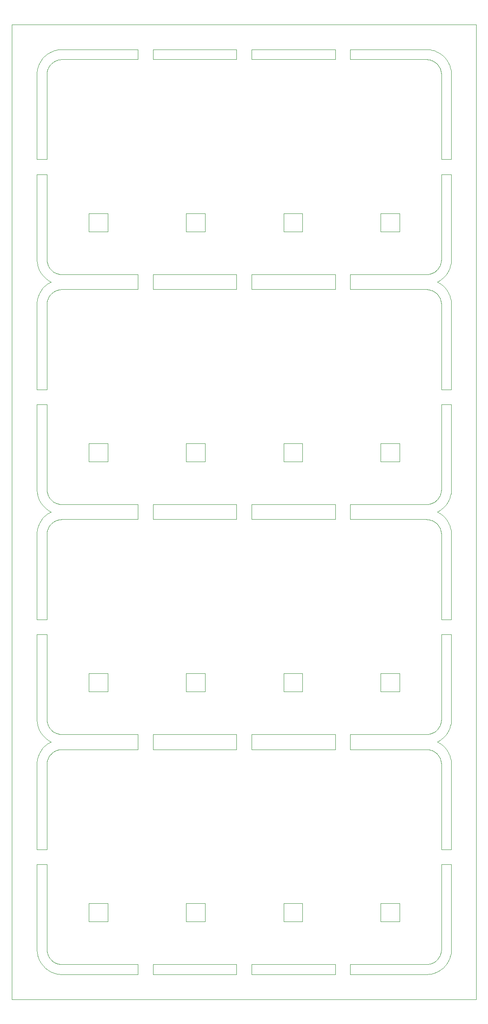
<source format=gbr>
%TF.GenerationSoftware,KiCad,Pcbnew,8.0.0*%
%TF.CreationDate,2024-03-25T13:22:01-05:00*%
%TF.ProjectId,MiniMastermindPanel,4d696e69-4d61-4737-9465-726d696e6450,rev?*%
%TF.SameCoordinates,Original*%
%TF.FileFunction,Profile,NP*%
%FSLAX46Y46*%
G04 Gerber Fmt 4.6, Leading zero omitted, Abs format (unit mm)*
G04 Created by KiCad (PCBNEW 8.0.0) date 2024-03-25 13:22:01*
%MOMM*%
%LPD*%
G01*
G04 APERTURE LIST*
%TA.AperFunction,Profile*%
%ADD10C,0.100000*%
%TD*%
G04 APERTURE END LIST*
D10*
X110710783Y-207608139D02*
X110848899Y-207671598D01*
X108753369Y-26205722D02*
X108949727Y-26045613D01*
X187802591Y-159977958D02*
X187851752Y-159834131D01*
X189964335Y-75472771D02*
X189983573Y-75725400D01*
X186943459Y-73702398D02*
X186825658Y-73606345D01*
X109093376Y-159539936D02*
X109127734Y-159687999D01*
X189989340Y-46989340D02*
X187989340Y-46989340D01*
X188246615Y-162730324D02*
X188050256Y-162890433D01*
X187989330Y-66978680D02*
X187989339Y-49989340D01*
X166744675Y-71479680D02*
X166744675Y-72978680D01*
X110077847Y-207191000D02*
X110195646Y-207287053D01*
X110296845Y-27537709D02*
X110174332Y-27627672D01*
X108077576Y-207975646D02*
X107927617Y-207771430D01*
X189830343Y-68232096D02*
X189760645Y-68475682D01*
X109169547Y-67876771D02*
X109218708Y-68020598D01*
X140710650Y-153357360D02*
X136910650Y-153357360D01*
X187851752Y-113855451D02*
X187893565Y-113709319D01*
X186825653Y-115329693D02*
X186943452Y-115233640D01*
X109175259Y-163040392D02*
X108971043Y-162890433D01*
X189678710Y-74241923D02*
X189760656Y-74481666D01*
X109020445Y-92968020D02*
X107020444Y-92968020D01*
X189584725Y-119985319D02*
X189678710Y-120220603D01*
X111258692Y-73074448D02*
X111112560Y-73116262D01*
X185593226Y-207853313D02*
X185741289Y-207818955D01*
X186576231Y-27454060D02*
X186445244Y-27376953D01*
X109153942Y-25895655D02*
X109365490Y-25756233D01*
X189983555Y-113210626D02*
X189964318Y-113463255D01*
X110576060Y-207537765D02*
X110710783Y-207608139D01*
X107010650Y-30000576D02*
X107010650Y-29974663D01*
X187535268Y-160522936D02*
X187612375Y-160391949D01*
X111428073Y-115895953D02*
X111577685Y-115922767D01*
X187416151Y-117585054D02*
X187634491Y-117713582D01*
X160210650Y-153357360D02*
X156410650Y-153357360D01*
X189830343Y-114210776D02*
X189760645Y-114454362D01*
X189478937Y-207116972D02*
X189361632Y-207341541D01*
X187746221Y-166752967D02*
X187682761Y-166614852D01*
X185141278Y-164939889D02*
X184989330Y-164936040D01*
X111133878Y-161798462D02*
X111280010Y-161840275D01*
X111428073Y-69917273D02*
X111577685Y-69944087D01*
X188783617Y-164678747D02*
X188943727Y-164875106D01*
X107022174Y-49989340D02*
X109022174Y-49989340D01*
X111133878Y-69841102D02*
X111280010Y-69882915D01*
X107239341Y-74481672D02*
X107321287Y-74241930D01*
X109548359Y-120243555D02*
X109464717Y-120370467D01*
X136910650Y-107378680D02*
X136910650Y-103778680D01*
X107133685Y-159942653D02*
X107088989Y-159693266D01*
X107112371Y-28993378D02*
X107169642Y-28746576D01*
X130255325Y-117456360D02*
X130255325Y-115957359D01*
X187634490Y-117201134D02*
X187416151Y-117329662D01*
X187682749Y-114278546D02*
X187746208Y-114140430D01*
X187893565Y-159687999D02*
X187927923Y-159539936D01*
X111280010Y-207818955D02*
X111428073Y-207853313D01*
X109486031Y-114544256D02*
X109569673Y-114671169D01*
X185443615Y-27034592D02*
X185292836Y-27015390D01*
X130255325Y-163437040D02*
X130255325Y-163435040D01*
X107020444Y-138946700D02*
X107010650Y-121957936D01*
X179610650Y-103778680D02*
X179610650Y-107378680D01*
X188050256Y-70933073D02*
X187846040Y-71083032D01*
X188434612Y-116581795D02*
X188246615Y-116751644D01*
X109387610Y-166480134D02*
X109317236Y-166614857D01*
X185141278Y-118961209D02*
X184989330Y-118957360D01*
X187163721Y-27933092D02*
X187056243Y-27825614D01*
X111757371Y-25005776D02*
X111985313Y-25000000D01*
X109106418Y-167184082D02*
X109072060Y-167332144D01*
X109548359Y-74264875D02*
X109464717Y-74391787D01*
X187927923Y-205518616D02*
X187954737Y-205369004D01*
X169744675Y-164936040D02*
X169744675Y-163437040D01*
X189233109Y-119312190D02*
X189361639Y-119530529D01*
X109659636Y-68815003D02*
X109755689Y-68932802D01*
X110827582Y-27243126D02*
X110689467Y-27306586D01*
X107020444Y-46989340D02*
X107010650Y-30000576D01*
X185443614Y-69944087D02*
X185593226Y-69917273D01*
X189932325Y-121200120D02*
X189964335Y-121451451D01*
X186703144Y-73516382D02*
X186576231Y-73432740D01*
X108565373Y-26375570D02*
X108753369Y-26205722D01*
X107342599Y-206651465D02*
X107260654Y-206411722D01*
X109175259Y-117061712D02*
X108971043Y-116911753D01*
X109047360Y-205218225D02*
X109066562Y-205369004D01*
X108216372Y-118700079D02*
X108386220Y-118512083D01*
X110423757Y-73432747D02*
X110296845Y-73516389D01*
X107031984Y-67004586D02*
X107022174Y-49989340D01*
X189361632Y-69405501D02*
X189233104Y-69623840D01*
X186703139Y-161398336D02*
X186825653Y-161308373D01*
X187265618Y-28045875D02*
X187163721Y-27933092D01*
X187989339Y-187925380D02*
X189989339Y-187925380D01*
X189887627Y-28993373D02*
X189932325Y-29242760D01*
X185141277Y-161932190D02*
X185292835Y-161920649D01*
X110318160Y-115419656D02*
X110445073Y-115503298D01*
X147000000Y-71477680D02*
X147000000Y-71479680D01*
X186172403Y-165179160D02*
X186031251Y-165122778D01*
X111025356Y-209813004D02*
X110778553Y-209755733D01*
X160210650Y-57800000D02*
X160210650Y-61400000D01*
X187989339Y-49989340D02*
X189989339Y-49989340D01*
X107035664Y-121451453D02*
X107067673Y-121200123D01*
X187746208Y-114140430D02*
X187802591Y-113999278D01*
X186576226Y-69524618D02*
X186703139Y-69440976D01*
X109106418Y-121205402D02*
X109072060Y-121353464D01*
X111556366Y-27034595D02*
X111406754Y-27061410D01*
X189830343Y-206168136D02*
X189760645Y-206411722D01*
X186445244Y-119334313D02*
X186310519Y-119263940D01*
X185443614Y-115922767D02*
X185593226Y-115895953D01*
X110318160Y-161398336D02*
X110445073Y-161481978D01*
X109638322Y-28163682D02*
X109548359Y-28286195D01*
X109836271Y-165869139D02*
X109734375Y-165981922D01*
X166744675Y-27000000D02*
X150000000Y-27000000D01*
X187846040Y-71083032D02*
X187634490Y-71222454D01*
X189932310Y-159693266D02*
X189887614Y-159942653D01*
X150000000Y-117456360D02*
X150000000Y-115957359D01*
X109605148Y-71350982D02*
X109386809Y-71222454D01*
X107037744Y-159189306D02*
X107031984Y-158961946D01*
X179610650Y-153357360D02*
X175810650Y-153357360D01*
X189678710Y-166199283D02*
X189760656Y-166439026D01*
X187985480Y-67130627D02*
X187989330Y-66978680D01*
X110848899Y-161692918D02*
X110990051Y-161749301D01*
X108077576Y-161996966D02*
X107927617Y-161792750D01*
X187893580Y-167184079D02*
X187851766Y-167037946D01*
X109066562Y-67432964D02*
X109093376Y-67582576D01*
X169744675Y-209914719D02*
X169744675Y-207914719D01*
X187985499Y-167784091D02*
X187973957Y-167632533D01*
X185141277Y-207910870D02*
X185292835Y-207899329D01*
X189233104Y-115602520D02*
X189093682Y-115814070D01*
X189989329Y-204940050D02*
X189983555Y-205167986D01*
X189989339Y-141946700D02*
X189989329Y-158961370D01*
X186445244Y-27376953D02*
X186310519Y-27306580D01*
X109808396Y-117467760D02*
X109841684Y-117452465D01*
X179610650Y-61400000D02*
X175810650Y-61400000D01*
X185014660Y-25000000D02*
X185242596Y-25005774D01*
X109106418Y-29248042D02*
X109072060Y-29396104D01*
X187989330Y-158936040D02*
X187989339Y-141946700D01*
X187535268Y-206501616D02*
X187612375Y-206370629D01*
X188943723Y-70039606D02*
X188783614Y-70235965D01*
X186943452Y-115233640D02*
X187056236Y-115131744D01*
X166744675Y-161936039D02*
X166744675Y-163435040D01*
X188783614Y-162193325D02*
X188613765Y-162381322D01*
X189478937Y-161138292D02*
X189361632Y-161362861D01*
X130255325Y-161936039D02*
X147000000Y-161936039D01*
X187612375Y-206370629D02*
X187682749Y-206235906D01*
X186445239Y-161559085D02*
X186576226Y-161481978D01*
X147000000Y-27000000D02*
X130255325Y-27000000D01*
X186943452Y-207191000D02*
X187056236Y-207089104D01*
X140710650Y-149757360D02*
X140710650Y-153357360D01*
X109148232Y-29101910D02*
X109106418Y-29248042D01*
X187191582Y-163425647D02*
X187168965Y-163436038D01*
X111428073Y-207853313D02*
X111577685Y-207880127D01*
X189233109Y-27354830D02*
X189361639Y-27573169D01*
X109338550Y-68299866D02*
X109408924Y-68434589D01*
X187989340Y-138946700D02*
X187989350Y-121957360D01*
X107067673Y-75221443D02*
X107112371Y-74972058D01*
X187846040Y-163040392D02*
X187634490Y-163179814D01*
X109829717Y-163425647D02*
X109605148Y-163308342D01*
X185443614Y-161901447D02*
X185593226Y-161874633D01*
X189887614Y-159942653D02*
X189830343Y-160189456D01*
X109365490Y-163692273D02*
X109583828Y-163563745D01*
X187168965Y-163436038D02*
X187191582Y-163446430D01*
X107112371Y-166929418D02*
X107169642Y-166682616D01*
X188246616Y-72184390D02*
X188434614Y-72354238D01*
X111577685Y-207880127D02*
X111728464Y-207899329D01*
X107010650Y-121957936D02*
X107010650Y-121932023D01*
X109386809Y-163179814D02*
X109175259Y-163040392D01*
X189584725Y-74006639D02*
X189678710Y-74241923D01*
X185593226Y-161874633D02*
X185741289Y-161840275D01*
X108753369Y-72184402D02*
X108949727Y-72024293D01*
X109066562Y-113411644D02*
X109093376Y-113561256D01*
X150000000Y-161936039D02*
X166744675Y-161936039D01*
X187989340Y-184925380D02*
X187989350Y-167936040D01*
X109010650Y-30000000D02*
X109020445Y-46989340D01*
X186031251Y-165122778D02*
X185887423Y-165073617D01*
X187535279Y-120370461D02*
X187451635Y-120243549D01*
X189989340Y-138946700D02*
X187989340Y-138946700D01*
X189989339Y-95968020D02*
X189989329Y-112982690D01*
X109093376Y-113561256D02*
X109127734Y-113709319D01*
X187451635Y-74264869D02*
X187361672Y-74142355D01*
X110513642Y-25228691D02*
X110757226Y-25158992D01*
X107342599Y-114694105D02*
X107260654Y-114454362D01*
X189678700Y-160672785D02*
X189584717Y-160908069D01*
X186172403Y-73221800D02*
X186031251Y-73165418D01*
X189233104Y-207559880D02*
X189093682Y-207771430D01*
X184989330Y-72978680D02*
X169744675Y-72978680D01*
X111707145Y-118972752D02*
X111556366Y-118991955D01*
X109583828Y-71606385D02*
X109808396Y-71489080D01*
X187973939Y-159239545D02*
X187985480Y-159087987D01*
X109317236Y-120636177D02*
X109253776Y-120774292D01*
X107788195Y-207559880D02*
X107659667Y-207341541D01*
X186445244Y-165312993D02*
X186310519Y-165242620D01*
X187927923Y-67582576D02*
X187954737Y-67432964D01*
X189989350Y-75953343D02*
X189989350Y-75978680D01*
X109808396Y-25510400D02*
X110038617Y-25404620D01*
X188434614Y-26375558D02*
X188613768Y-26554711D01*
X185443615Y-73013272D02*
X185292836Y-72994070D01*
X109148232Y-121059270D02*
X109106418Y-121205402D01*
X187746221Y-74795607D02*
X187682761Y-74657492D01*
X150000000Y-115957359D02*
X166744675Y-115957359D01*
X109153942Y-71874335D02*
X109365490Y-71734913D01*
X110848899Y-115714238D02*
X110990051Y-115770621D01*
X109010650Y-75978680D02*
X109020445Y-92968020D01*
X189932325Y-167178800D02*
X189964335Y-167430131D01*
X187361672Y-120121035D02*
X187265618Y-120003235D01*
X110445073Y-69524618D02*
X110576060Y-69601725D01*
X169744675Y-25000000D02*
X185014660Y-25000000D01*
X184989330Y-69978679D02*
X185141277Y-69974830D01*
X107542362Y-69180932D02*
X107436582Y-68950709D01*
X187612386Y-166480128D02*
X187535279Y-166349141D01*
X189887627Y-120950733D02*
X189932325Y-121200120D01*
X156410650Y-149757360D02*
X160210650Y-149757360D01*
X109659636Y-206751043D02*
X109755689Y-206868842D01*
X109755689Y-114911482D02*
X109857585Y-115024266D01*
X185242596Y-209908945D02*
X185014660Y-209914719D01*
X189983573Y-167682760D02*
X189989350Y-167910703D01*
X150000000Y-69978679D02*
X166744675Y-69978679D01*
X187416151Y-71606374D02*
X187634491Y-71734902D01*
X107638355Y-73551858D02*
X107766883Y-73333520D01*
X187634490Y-71222454D02*
X187416151Y-71350982D01*
X166744675Y-25000000D02*
X166744675Y-27000000D01*
X187851766Y-75080586D02*
X187802604Y-74936760D01*
X185887421Y-207777142D02*
X186031248Y-207727981D01*
X107927617Y-69835390D02*
X107788195Y-69623840D01*
X189678700Y-206651465D02*
X189584717Y-206886749D01*
X127255325Y-164936040D02*
X112010650Y-164936040D01*
X107766883Y-73333520D02*
X107906305Y-73121972D01*
X187056243Y-73804294D02*
X186943459Y-73702398D01*
X111880022Y-161932190D02*
X112031970Y-161936040D01*
X109253776Y-166752972D02*
X109197393Y-166894124D01*
X109153942Y-117853015D02*
X109365490Y-117713593D01*
X107788195Y-115602520D02*
X107659667Y-115384181D01*
X108586687Y-162560475D02*
X108407534Y-162381322D01*
X187535279Y-166349141D02*
X187451635Y-166222229D01*
X150000000Y-209914719D02*
X150000000Y-207914719D01*
X187954737Y-67432964D02*
X187973939Y-67282185D01*
X109127734Y-159687999D02*
X109169547Y-159834131D01*
X110554744Y-73355640D02*
X110423757Y-73432747D01*
X111728464Y-69963289D02*
X111880022Y-69974830D01*
X186726075Y-209604090D02*
X186486332Y-209686035D01*
X107031984Y-158961946D02*
X107022174Y-141946700D01*
X111406754Y-119018770D02*
X111258692Y-119053128D01*
X111406754Y-27061410D02*
X111258692Y-27095768D01*
X185443615Y-118991952D02*
X185292836Y-118972750D01*
X110689467Y-27306586D02*
X110554744Y-27376960D01*
X130255325Y-72978680D02*
X130255325Y-71479680D01*
X185887423Y-73116257D02*
X185741291Y-73074444D01*
X110710783Y-161629459D02*
X110848899Y-161692918D01*
X187056236Y-161110424D02*
X187163714Y-161002946D01*
X107056981Y-205420615D02*
X107037744Y-205167986D01*
X187746208Y-68161750D02*
X187802591Y-68020598D01*
X188613768Y-164490751D02*
X188783617Y-164678747D01*
X109047360Y-159239545D02*
X109066562Y-159390324D01*
X107436582Y-160908069D02*
X107342599Y-160672785D01*
X108407534Y-116402642D02*
X108237685Y-116214645D01*
X169744675Y-163435040D02*
X169744675Y-161936039D01*
X121210650Y-107378680D02*
X117410650Y-107378680D01*
X109014500Y-167784092D02*
X109010650Y-167936040D01*
X169744675Y-27000000D02*
X169744675Y-25000000D01*
X109659636Y-160772363D02*
X109755689Y-160890162D01*
X175810650Y-195736040D02*
X179610650Y-195736040D01*
X108949727Y-163981653D02*
X109153942Y-163831695D01*
X117410650Y-57800000D02*
X121210650Y-57800000D01*
X109734375Y-28045882D02*
X109638322Y-28163682D01*
X184989330Y-161936039D02*
X185141277Y-161932190D01*
X189964318Y-67484575D02*
X189932310Y-67735906D01*
X189887614Y-67985293D02*
X189830343Y-68232096D01*
X189760645Y-206411722D02*
X189678700Y-206651465D01*
X107088989Y-113714586D02*
X107056981Y-113463255D01*
X127255325Y-207914719D02*
X127255325Y-209914719D01*
X186703144Y-165473742D02*
X186576231Y-165390100D01*
X111556366Y-118991955D02*
X111406754Y-119018770D01*
X109659636Y-114793683D02*
X109755689Y-114911482D01*
X111406754Y-164997450D02*
X111258692Y-165031808D01*
X185443614Y-207880127D02*
X185593226Y-207853313D01*
X150000000Y-71477680D02*
X150000000Y-69978679D01*
X185292836Y-164951430D02*
X185141278Y-164939889D01*
X189760645Y-114454362D02*
X189678700Y-114694105D01*
X111880022Y-115953510D02*
X112031970Y-115957360D01*
X108971043Y-208869113D02*
X108774684Y-208709004D01*
X108237685Y-70235965D02*
X108077576Y-70039606D01*
X189887614Y-113963973D02*
X189830343Y-114210776D01*
X187361672Y-166099715D02*
X187265618Y-165981915D01*
X109755689Y-206868842D02*
X109857585Y-206981626D01*
X188783614Y-116214645D02*
X188613765Y-116402642D01*
X110554744Y-165313000D02*
X110423757Y-165390107D01*
X109638322Y-120121042D02*
X109548359Y-120243555D01*
X127255325Y-115957359D02*
X127255325Y-117456360D01*
X160210650Y-195736040D02*
X160210650Y-199336040D01*
X121210650Y-103778680D02*
X121210650Y-107378680D01*
X169744675Y-161936039D02*
X184989330Y-161936039D01*
X111428073Y-161874633D02*
X111577685Y-161901447D01*
X147000000Y-25000000D02*
X147000000Y-27000000D01*
X189478944Y-73776417D02*
X189584725Y-74006639D01*
X109486031Y-68565576D02*
X109569673Y-68692489D01*
X187954754Y-167481754D02*
X187927939Y-167332141D01*
X187802591Y-113999278D02*
X187851752Y-113855451D01*
X107112371Y-74972058D02*
X107169642Y-74725256D01*
X186310519Y-27306580D02*
X186172403Y-27243120D01*
X109197393Y-28958084D02*
X109148232Y-29101910D01*
X187451635Y-120243549D02*
X187361672Y-120121035D01*
X187163721Y-165869132D02*
X187056243Y-165761654D01*
X121210650Y-61400000D02*
X117410650Y-61400000D01*
X189093686Y-119100641D02*
X189233109Y-119312190D01*
X108216372Y-26742719D02*
X108386220Y-26554723D01*
X189964335Y-29494091D02*
X189983573Y-29746720D01*
X186310516Y-115650779D02*
X186445239Y-115580405D01*
X186943459Y-27723718D02*
X186825658Y-27627665D01*
X107133685Y-113963973D02*
X107088989Y-113714586D01*
X169744675Y-117456360D02*
X169744675Y-115957359D01*
X189760645Y-68475682D02*
X189678700Y-68715425D01*
X109072060Y-75374784D02*
X109045245Y-75524396D01*
X108056263Y-72917757D02*
X108216372Y-72721399D01*
X187989330Y-112957360D02*
X187989339Y-95968020D01*
X107260654Y-160433042D02*
X107190956Y-160189456D01*
X109408924Y-160391949D02*
X109486031Y-160522936D01*
X108774684Y-70772964D02*
X108586687Y-70603115D01*
X108949727Y-26045613D02*
X109153942Y-25895655D01*
X110576060Y-115580405D02*
X110710783Y-115650779D01*
X109022174Y-187925380D02*
X109031970Y-204914720D01*
X187802604Y-74936760D02*
X187746221Y-74795607D01*
X110757226Y-25158992D02*
X111004028Y-25101721D01*
X150000000Y-25000000D02*
X166744675Y-25000000D01*
X188434612Y-70603115D02*
X188246615Y-70772964D01*
X187451635Y-28286189D02*
X187361672Y-28163675D01*
X169744675Y-207914719D02*
X184989330Y-207914719D01*
X111280010Y-161840275D02*
X111428073Y-161874633D01*
X179610650Y-195736040D02*
X179610650Y-199336040D01*
X186943452Y-161212320D02*
X187056236Y-161110424D01*
X110059940Y-209510107D02*
X109829717Y-209404327D01*
X109317236Y-166614857D02*
X109253776Y-166752972D01*
X187163714Y-206981626D02*
X187265610Y-206868842D01*
X111880022Y-207910870D02*
X112031970Y-207914720D01*
X109127734Y-113709319D02*
X109169547Y-113855451D01*
X108774684Y-116751644D02*
X108586687Y-116581795D01*
X187416151Y-163563734D02*
X187634491Y-163692262D01*
X185141277Y-115953510D02*
X185292835Y-115941969D01*
X186576226Y-207460658D02*
X186703139Y-207377016D01*
X108565373Y-72354250D02*
X108753369Y-72184402D01*
X187191582Y-163446430D02*
X187416151Y-163563734D01*
X110990051Y-69791941D02*
X111133878Y-69841102D01*
X166744675Y-71477680D02*
X166744675Y-71479680D01*
X185741289Y-207818955D02*
X185887421Y-207777142D01*
X109857585Y-206981626D02*
X109965063Y-207089104D01*
X185292835Y-207899329D02*
X185443614Y-207880127D01*
X109022174Y-95968020D02*
X109031970Y-112957360D01*
X107088989Y-159693266D02*
X107056981Y-159441935D01*
X109072060Y-167332144D02*
X109045245Y-167481756D01*
X189989350Y-75978680D02*
X189989340Y-92968020D01*
X108386220Y-118512083D02*
X108565373Y-118332930D01*
X117410650Y-199336040D02*
X117410650Y-195736040D01*
X185495225Y-209889708D02*
X185242596Y-209908945D01*
X189964318Y-205420615D02*
X189932310Y-205671946D01*
X188783614Y-208172005D02*
X188613765Y-208360002D01*
X110296845Y-73516389D02*
X110174332Y-73606352D01*
X187927939Y-121353461D02*
X187893580Y-121205399D01*
X107037744Y-67231946D02*
X107031984Y-67004586D01*
X111858702Y-118961210D02*
X111707145Y-118972752D01*
X189830355Y-166682611D02*
X189887627Y-166929413D01*
X110423757Y-27454067D02*
X110296845Y-27537709D01*
X186310519Y-165242620D02*
X186172403Y-165179160D01*
X186310516Y-69672099D02*
X186445239Y-69601725D01*
X189093686Y-165079321D02*
X189233109Y-165290870D01*
X189983573Y-75725400D02*
X189989350Y-75953343D01*
X187989330Y-204914720D02*
X187989339Y-187925380D01*
X109031970Y-158936040D02*
X109035819Y-159087987D01*
X187451626Y-206628529D02*
X187535268Y-206501616D01*
X187985480Y-159087987D02*
X187989330Y-158936040D01*
X147000000Y-117458360D02*
X147000000Y-118957360D01*
X109148232Y-75080590D02*
X109106418Y-75226722D01*
X184989330Y-27000000D02*
X169744675Y-27000000D01*
X109253776Y-28816932D02*
X109197393Y-28958084D01*
X187746208Y-160119110D02*
X187802591Y-159977958D01*
X188050257Y-163981641D02*
X188246616Y-164141750D01*
X187989350Y-167936040D02*
X187985499Y-167784091D01*
X136910650Y-149757360D02*
X140710650Y-149757360D01*
X187746208Y-206097790D02*
X187802591Y-205956638D01*
X107415270Y-165964007D02*
X107521050Y-165733786D01*
X108565373Y-118332930D02*
X108753369Y-118163082D01*
X109569673Y-114671169D02*
X109659636Y-114793683D01*
X109387610Y-28544094D02*
X109317236Y-28678817D01*
X127255325Y-163435040D02*
X127255325Y-163437040D01*
X107037744Y-205167986D02*
X107031984Y-204940626D01*
X109014500Y-121805412D02*
X109010650Y-121957360D01*
X187954737Y-205369004D02*
X187973939Y-205218225D01*
X136910650Y-57800000D02*
X140710650Y-57800000D01*
X117410650Y-103778680D02*
X121210650Y-103778680D01*
X156410650Y-199336040D02*
X156410650Y-195736040D01*
X130255325Y-115957359D02*
X147000000Y-115957359D01*
X186310519Y-73285260D02*
X186172403Y-73221800D01*
X111133878Y-115819782D02*
X111280010Y-115861595D01*
X189093682Y-69835390D02*
X188943723Y-70039606D01*
X187416151Y-71350982D02*
X187191582Y-71468287D01*
X111556366Y-164970635D02*
X111406754Y-164997450D01*
X107169642Y-28746576D02*
X107239341Y-28502992D01*
X110318160Y-207377016D02*
X110445073Y-207460658D01*
X189964318Y-113463255D02*
X189932310Y-113714586D01*
X107169642Y-120703936D02*
X107239341Y-120460352D01*
X150000000Y-118957360D02*
X150000000Y-117458360D01*
X107321287Y-74241930D02*
X107415270Y-74006647D01*
X186172400Y-69735558D02*
X186310516Y-69672099D01*
X187163714Y-115024266D02*
X187265610Y-114911482D01*
X109755689Y-68932802D02*
X109857585Y-69045586D01*
X187746221Y-120774287D02*
X187682761Y-120636172D01*
X189932310Y-205671946D02*
X189887614Y-205921333D01*
X110445073Y-207460658D02*
X110576060Y-207537765D01*
X187265618Y-120003235D02*
X187163721Y-119890452D01*
X110827582Y-119200486D02*
X110689467Y-119263946D01*
X107190956Y-68232096D02*
X107133685Y-67985293D01*
X187851766Y-167037946D02*
X187802604Y-166894120D01*
X185593228Y-119018766D02*
X185443615Y-118991952D01*
X187989350Y-121957360D02*
X187985499Y-121805411D01*
X109253776Y-74795612D02*
X109197393Y-74936764D01*
X187985480Y-113109307D02*
X187989330Y-112957360D01*
X175810650Y-103778680D02*
X179610650Y-103778680D01*
X109605148Y-117329662D02*
X109386809Y-117201134D01*
X184989330Y-207914719D02*
X185141277Y-207910870D01*
X130255325Y-117458360D02*
X130255325Y-117456360D01*
X188613768Y-26554711D02*
X188783617Y-26742707D01*
X188943723Y-161996966D02*
X188783614Y-162193325D01*
X189678710Y-28263243D02*
X189760656Y-28502986D01*
X109943749Y-27825621D02*
X109836271Y-27933099D01*
X179610650Y-107378680D02*
X175810650Y-107378680D01*
X110174332Y-27627672D02*
X110056532Y-27723725D01*
X160210650Y-103778680D02*
X160210650Y-107378680D01*
X110077847Y-161212320D02*
X110195646Y-161308373D01*
X186486332Y-209686035D02*
X186242746Y-209755733D01*
X110174332Y-165563712D02*
X110056532Y-165659765D01*
X187535279Y-74391781D02*
X187451635Y-74264869D01*
X188050256Y-116911753D02*
X187846040Y-117061712D01*
X188050256Y-162890433D02*
X187846040Y-163040392D01*
X107133685Y-205921333D02*
X107088989Y-205671946D01*
X107016426Y-121704081D02*
X107035664Y-121451453D01*
X186961359Y-209510107D02*
X186726075Y-209604090D01*
X186961359Y-25404611D02*
X187191582Y-25510390D01*
X187973939Y-67282185D02*
X187985480Y-67130627D01*
X188613768Y-72533391D02*
X188783617Y-72721387D01*
X109014500Y-29848052D02*
X109010650Y-30000000D01*
X187927923Y-159539936D02*
X187954737Y-159390324D01*
X107415270Y-119985327D02*
X107521050Y-119755106D01*
X186943452Y-69254960D02*
X187056236Y-69153064D01*
X111112560Y-27137582D02*
X110968734Y-27186743D01*
X107766883Y-27354840D02*
X107906305Y-27143292D01*
X189584725Y-165963999D02*
X189678710Y-166199283D01*
X140710650Y-61400000D02*
X136910650Y-61400000D01*
X109464717Y-28413107D02*
X109387610Y-28544094D01*
X169744675Y-117458360D02*
X169744675Y-117456360D01*
X110077847Y-69254960D02*
X110195646Y-69351013D01*
X166744675Y-164936040D02*
X150000000Y-164936040D01*
X136910650Y-103778680D02*
X140710650Y-103778680D01*
X186031248Y-115770621D02*
X186172400Y-115714238D01*
X185443615Y-164970632D02*
X185292836Y-164951430D01*
X186825658Y-165563705D02*
X186703144Y-165473742D01*
X110968734Y-27186743D02*
X110827582Y-27243126D01*
X109583828Y-25627705D02*
X109808396Y-25510400D01*
X111406754Y-73040090D02*
X111258692Y-73074448D01*
X127255325Y-69978679D02*
X127255325Y-71477680D01*
X189983573Y-29746720D02*
X189989350Y-29974663D01*
X175810650Y-199336040D02*
X175810650Y-195736040D01*
X109965063Y-69153064D02*
X110077847Y-69254960D01*
X108407534Y-162381322D02*
X108237685Y-162193325D01*
X109386809Y-209158494D02*
X109175259Y-209019072D01*
X109031970Y-66978680D02*
X109035819Y-67130627D01*
X185887423Y-27137577D02*
X185741291Y-27095764D01*
X187954754Y-121503074D02*
X187927939Y-121353461D01*
X109066562Y-159390324D02*
X109093376Y-159539936D01*
X187893565Y-67730639D02*
X187927923Y-67582576D01*
X107766883Y-165290880D02*
X107906305Y-165079332D01*
X185741289Y-69882915D02*
X185887421Y-69841102D01*
X189989350Y-121932023D02*
X189989350Y-121957360D01*
X187893580Y-121205399D02*
X187851766Y-121059266D01*
X108407534Y-208360002D02*
X108237685Y-208172005D01*
X127255325Y-117456360D02*
X127255325Y-117458360D01*
X109197393Y-166894124D02*
X109148232Y-167037950D01*
X107112371Y-120950738D02*
X107169642Y-120703936D01*
X187634490Y-163179814D02*
X187416151Y-163308342D01*
X117410650Y-149757360D02*
X121210650Y-149757360D01*
X187634491Y-163692262D02*
X187846041Y-163831684D01*
X110827582Y-165179166D02*
X110689467Y-165242626D01*
X109734375Y-165981922D02*
X109638322Y-166099722D01*
X166744675Y-69978679D02*
X166744675Y-71477680D01*
X187451626Y-114671169D02*
X187535268Y-114544256D01*
X109022174Y-49989340D02*
X109031970Y-66978680D01*
X140710650Y-195736040D02*
X140710650Y-199336040D01*
X108237685Y-116214645D02*
X108077576Y-116018286D01*
X186825653Y-161308373D02*
X186943452Y-161212320D01*
X189760656Y-74481666D02*
X189830355Y-74725251D01*
X185741289Y-115861595D02*
X185887421Y-115819782D01*
X107659667Y-161362861D02*
X107542362Y-161138292D01*
X187682749Y-160257226D02*
X187746208Y-160119110D01*
X188943727Y-72917746D02*
X189093686Y-73121961D01*
X187416151Y-117329662D02*
X187191582Y-117446967D01*
X107010650Y-167936616D02*
X107010650Y-167910703D01*
X187989340Y-92968020D02*
X187989350Y-75978680D01*
X187746221Y-28816927D02*
X187682761Y-28678812D01*
X185741289Y-161840275D02*
X185887421Y-161798462D01*
X189478937Y-69180932D02*
X189361632Y-69405501D01*
X136910650Y-199336040D02*
X136910650Y-195736040D01*
X107906305Y-27143292D02*
X108056263Y-26939077D01*
X187191582Y-117446967D02*
X187168965Y-117457358D01*
X109464717Y-120370467D02*
X109387610Y-120501454D01*
X110848899Y-207671598D02*
X110990051Y-207727981D01*
X109943749Y-119782981D02*
X109836271Y-119890459D01*
X108056263Y-118896437D02*
X108216372Y-118700079D01*
X136910650Y-153357360D02*
X136910650Y-149757360D01*
X107239341Y-120460352D02*
X107321287Y-120220610D01*
X107906305Y-73121972D02*
X108056263Y-72917757D01*
X107638355Y-119530538D02*
X107766883Y-119312200D01*
X187612375Y-160391949D02*
X187682749Y-160257226D01*
X109841684Y-117452465D02*
X109829717Y-117446967D01*
X111707145Y-164951432D02*
X111556366Y-164970635D01*
X107436582Y-68950709D02*
X107342599Y-68715425D01*
X107239341Y-166439032D02*
X107321287Y-166199290D01*
X108386220Y-72533403D02*
X108565373Y-72354250D01*
X187973957Y-29696493D02*
X187954754Y-29545714D01*
X187191582Y-117467750D02*
X187416151Y-117585054D01*
X110056532Y-27723725D02*
X109943749Y-27825621D01*
X109548359Y-166222235D02*
X109464717Y-166349147D01*
X187265618Y-74024555D02*
X187163721Y-73911772D01*
X111778703Y-209908945D02*
X111526074Y-209889708D01*
X150000000Y-163435040D02*
X150000000Y-161936039D01*
X189989340Y-92968020D02*
X187989340Y-92968020D01*
X189478937Y-115159612D02*
X189361632Y-115384181D01*
X185887421Y-161798462D02*
X186031248Y-161749301D01*
X188434614Y-72354238D02*
X188613768Y-72533391D01*
X111280010Y-115861595D02*
X111428073Y-115895953D01*
X187973939Y-113260865D02*
X187985480Y-113109307D01*
X107788195Y-161581200D02*
X107659667Y-161362861D01*
X166744675Y-118957360D02*
X150000000Y-118957360D01*
X187634491Y-71734902D02*
X187846041Y-71874324D01*
X185495225Y-25025011D02*
X185746556Y-25057019D01*
X107321287Y-166199290D02*
X107415270Y-165964007D01*
X179610650Y-57800000D02*
X179610650Y-61400000D01*
X186943459Y-165659758D02*
X186825658Y-165563705D01*
X186703144Y-119495062D02*
X186576231Y-119411420D01*
X166744675Y-163437040D02*
X166744675Y-164936040D01*
X107022174Y-95968020D02*
X109022174Y-95968020D01*
X108971043Y-162890433D02*
X108774684Y-162730324D01*
X109175259Y-209019072D02*
X108971043Y-208869113D01*
X187954737Y-159390324D02*
X187973939Y-159239545D01*
X187361672Y-28163675D02*
X187265618Y-28045875D01*
X150000000Y-71479680D02*
X150000000Y-71477680D01*
X156410650Y-107378680D02*
X156410650Y-103778680D01*
X189584717Y-114929389D02*
X189478937Y-115159612D01*
X175810650Y-153357360D02*
X175810650Y-149757360D01*
X166744675Y-72978680D02*
X150000000Y-72978680D01*
X109275091Y-114140430D02*
X109338550Y-114278546D01*
X109020445Y-138946700D02*
X107020444Y-138946700D01*
X109035819Y-113109307D02*
X109047360Y-113260865D01*
X187973957Y-121653853D02*
X187954754Y-121503074D01*
X150000000Y-117458360D02*
X150000000Y-117456360D01*
X107239341Y-28502992D02*
X107321287Y-28263250D01*
X109365490Y-71734913D02*
X109583828Y-71606385D01*
X109148232Y-167037950D02*
X109106418Y-167184082D01*
X185887423Y-119094937D02*
X185741291Y-119053124D01*
X108077576Y-116018286D02*
X107927617Y-115814070D01*
X107659667Y-207341541D02*
X107542362Y-207116972D01*
X102010650Y-20000000D02*
X102010650Y-214914720D01*
X127255325Y-72978680D02*
X112010650Y-72978680D01*
X109605148Y-209287022D02*
X109386809Y-209158494D01*
X127255325Y-27000000D02*
X112010650Y-27000000D01*
X109836271Y-119890459D02*
X109734375Y-120003242D01*
X110195646Y-115329693D02*
X110318160Y-115419656D01*
X187634491Y-117713582D02*
X187846041Y-117853004D01*
X166744675Y-163435040D02*
X166744675Y-163437040D01*
X188783617Y-118700067D02*
X188943727Y-118896426D01*
X108216372Y-164678759D02*
X108386220Y-164490763D01*
X189989350Y-167910703D02*
X189989350Y-167936040D01*
X109218708Y-205956638D02*
X109275091Y-206097790D01*
X186576226Y-161481978D02*
X186703139Y-161398336D01*
X110968734Y-73165423D02*
X110827582Y-73221806D01*
X110689467Y-165242626D02*
X110554744Y-165313000D01*
X107010650Y-75953343D02*
X107016426Y-75725401D01*
X140710650Y-103778680D02*
X140710650Y-107378680D01*
X189830355Y-120703931D02*
X189887627Y-120950733D01*
X110174332Y-73606352D02*
X110056532Y-73702405D01*
X187893565Y-205666679D02*
X187927923Y-205518616D01*
X150000000Y-27000000D02*
X150000000Y-25000000D01*
X111880022Y-69974830D02*
X112031970Y-69978680D01*
X187056243Y-119782974D02*
X186943459Y-119681078D01*
X107020444Y-92968020D02*
X107010650Y-75979256D01*
X186576231Y-165390100D02*
X186445244Y-165312993D01*
X179610650Y-149757360D02*
X179610650Y-153357360D01*
X189983555Y-159189306D02*
X189964318Y-159441935D01*
X109317236Y-28678817D02*
X109253776Y-28816932D01*
X109605148Y-163308342D02*
X109386809Y-163179814D01*
X111985313Y-25000000D02*
X127255325Y-25000000D01*
X186703139Y-207377016D02*
X186825653Y-207287053D01*
X110445073Y-161481978D02*
X110576060Y-161559085D01*
X109965063Y-161110424D02*
X110077847Y-161212320D01*
X186703144Y-27537702D02*
X186576231Y-27454060D01*
X109387610Y-120501454D02*
X109317236Y-120636177D01*
X109857585Y-115024266D02*
X109965063Y-115131744D01*
X186310516Y-161629459D02*
X186445239Y-161559085D01*
X109127734Y-205666679D02*
X109169547Y-205812811D01*
X110554744Y-27376960D02*
X110423757Y-27454067D01*
X189233104Y-69623840D02*
X189093682Y-69835390D01*
X188246615Y-116751644D02*
X188050256Y-116911753D01*
X108753369Y-164141762D02*
X108949727Y-163981653D01*
X189989350Y-29974663D02*
X189989350Y-30000000D01*
X109408924Y-68434589D02*
X109486031Y-68565576D01*
X175810650Y-107378680D02*
X175810650Y-103778680D01*
X185746556Y-209857700D02*
X185495225Y-209889708D01*
X130255325Y-69978679D02*
X147000000Y-69978679D01*
X107342599Y-160672785D02*
X107260654Y-160433042D01*
X187846040Y-117061712D02*
X187634490Y-117201134D01*
X187927923Y-113561256D02*
X187954737Y-113411644D01*
X107035664Y-29494093D02*
X107067673Y-29242763D01*
X187416151Y-163308342D02*
X187191582Y-163425647D01*
X110195646Y-69351013D02*
X110318160Y-69440976D01*
X169744675Y-72978680D02*
X169744675Y-71479680D01*
X109808396Y-71489080D02*
X109841684Y-71473785D01*
X121210650Y-153357360D02*
X117410650Y-153357360D01*
X107056981Y-113463255D02*
X107037744Y-113210626D01*
X109829717Y-209404327D02*
X109605148Y-209287022D01*
X166744675Y-117456360D02*
X166744675Y-117458360D01*
X110056532Y-119681085D02*
X109943749Y-119782981D01*
X107521050Y-165733786D02*
X107638355Y-165509218D01*
X130255325Y-71477680D02*
X130255325Y-69978679D01*
X187989350Y-30000000D02*
X187985499Y-29848051D01*
X187893580Y-29248039D02*
X187851766Y-29101906D01*
X189989350Y-121957360D02*
X189989340Y-138946700D01*
X187612375Y-68434589D02*
X187682749Y-68299866D01*
X108949727Y-72024293D02*
X109153942Y-71874335D01*
X188434612Y-208539155D02*
X188246615Y-208709004D01*
X186242746Y-209755733D02*
X185995943Y-209813004D01*
X189678700Y-68715425D02*
X189584717Y-68950709D01*
X189093686Y-73121961D02*
X189233109Y-73333510D01*
X111707145Y-72994072D02*
X111556366Y-73013275D01*
X112031970Y-69978680D02*
X127255325Y-69978679D01*
X109026042Y-167632535D02*
X109014500Y-167784092D01*
X175810650Y-61400000D02*
X175810650Y-57800000D01*
X187973957Y-75675173D02*
X187954754Y-75524394D01*
X187265610Y-160890162D02*
X187361663Y-160772363D01*
X189093686Y-27143281D02*
X189233109Y-27354830D01*
X102010650Y-214914720D02*
X194989350Y-214914720D01*
X107010650Y-29974663D02*
X107016426Y-29746721D01*
X107638355Y-27573178D02*
X107766883Y-27354840D01*
X110576060Y-161559085D02*
X110710783Y-161629459D01*
X188050257Y-72024281D02*
X188246616Y-72184390D01*
X185741291Y-165031804D02*
X185593228Y-164997446D01*
X187985499Y-29848051D02*
X187973957Y-29696493D01*
X108056263Y-26939077D02*
X108216372Y-26742719D01*
X130255325Y-71479680D02*
X130255325Y-71477680D01*
X107521050Y-119755106D02*
X107638355Y-119530538D01*
X110195646Y-207287053D02*
X110318160Y-207377016D01*
X127255325Y-25000000D02*
X127255325Y-27000000D01*
X184989330Y-118957360D02*
X169744675Y-118957360D01*
X109569673Y-160649849D02*
X109659636Y-160772363D01*
X187846041Y-163831684D02*
X188050257Y-163981641D01*
X109387610Y-74522774D02*
X109317236Y-74657497D01*
X109169547Y-205812811D02*
X109218708Y-205956638D01*
X188783614Y-70235965D02*
X188613765Y-70423962D01*
X188943723Y-116018286D02*
X188783614Y-116214645D01*
X189361632Y-161362861D02*
X189233104Y-161581200D01*
X188613765Y-208360002D02*
X188434612Y-208539155D01*
X109548359Y-28286195D02*
X109464717Y-28413107D01*
X188246616Y-118163070D02*
X188434614Y-118332918D01*
X107088989Y-67735906D02*
X107056981Y-67484575D01*
X187056236Y-115131744D02*
X187163714Y-115024266D01*
X187954737Y-113411644D02*
X187973939Y-113260865D01*
X189584717Y-206886749D02*
X189478937Y-207116972D01*
X187851752Y-205812811D02*
X187893565Y-205666679D01*
X117410650Y-61400000D02*
X117410650Y-57800000D01*
X187361672Y-74142355D02*
X187265618Y-74024555D01*
X187927939Y-75374781D02*
X187893580Y-75226719D01*
X109569673Y-206628529D02*
X109659636Y-206751043D01*
X109045245Y-75524396D02*
X109026042Y-75675175D01*
X187168965Y-117457358D02*
X187191582Y-117467750D01*
X194989350Y-214914720D02*
X194989350Y-20000000D01*
X189989350Y-30000000D02*
X189989340Y-46989340D01*
X187634491Y-25756222D02*
X187846041Y-25895644D01*
X109486031Y-160522936D02*
X109569673Y-160649849D01*
X121210650Y-149757360D02*
X121210650Y-153357360D01*
X112010650Y-118957360D02*
X111858702Y-118961210D01*
X189989339Y-49989340D02*
X189989329Y-67004010D01*
X187056236Y-69153064D02*
X187163714Y-69045586D01*
X110554744Y-119334320D02*
X110423757Y-119411427D01*
X110195646Y-161308373D02*
X110318160Y-161398336D01*
X107542362Y-161138292D02*
X107436582Y-160908069D01*
X107659667Y-115384181D02*
X107542362Y-115159612D01*
X185292836Y-118972750D02*
X185141278Y-118961209D01*
X166744675Y-115957359D02*
X166744675Y-117456360D01*
X169744675Y-69978679D02*
X184989330Y-69978679D01*
X107010650Y-167910703D02*
X107016426Y-167682761D01*
X112031970Y-207914720D02*
X127255325Y-207914719D01*
X112039247Y-209914720D02*
X112006639Y-209914720D01*
X150000000Y-163437040D02*
X150000000Y-163435040D01*
X189093682Y-115814070D02*
X188943723Y-116018286D01*
X185593228Y-73040086D02*
X185443615Y-73013272D01*
X111004028Y-25101721D02*
X111253413Y-25057023D01*
X109857585Y-161002946D02*
X109965063Y-161110424D01*
X185593228Y-27061406D02*
X185443615Y-27034592D01*
X187612386Y-120501448D02*
X187535279Y-120370461D01*
X109035819Y-67130627D02*
X109047360Y-67282185D01*
X107031984Y-204940626D02*
X107022174Y-187925380D01*
X187612375Y-114413269D02*
X187682749Y-114278546D01*
X187265610Y-114911482D02*
X187361663Y-114793683D01*
X109965063Y-207089104D02*
X110077847Y-207191000D01*
X186310516Y-207608139D02*
X186445239Y-207537765D01*
X189983573Y-121704080D02*
X189989350Y-121932023D01*
X188943727Y-26939066D02*
X189093686Y-27143281D01*
X189760656Y-28502986D02*
X189830355Y-28746571D01*
X188246616Y-26205710D02*
X188434614Y-26375558D01*
X130255325Y-118957360D02*
X130255325Y-117458360D01*
X189989350Y-167936040D02*
X189989340Y-184925380D01*
X110423757Y-119411427D02*
X110296845Y-119495069D01*
X189093682Y-161792750D02*
X188943723Y-161996966D01*
X108237685Y-208172005D02*
X108077576Y-207975646D01*
X179610650Y-199336040D02*
X175810650Y-199336040D01*
X110174332Y-119585032D02*
X110056532Y-119681085D01*
X188434614Y-118332918D02*
X188613768Y-118512071D01*
X160210650Y-149757360D02*
X160210650Y-153357360D01*
X110318160Y-69440976D02*
X110445073Y-69524618D01*
X110848899Y-69735558D02*
X110990051Y-69791941D01*
X189678700Y-114694105D02*
X189584717Y-114929389D01*
X186031248Y-69791941D02*
X186172400Y-69735558D01*
X186172400Y-161692918D02*
X186310516Y-161629459D01*
X108774684Y-162730324D02*
X108586687Y-162560475D01*
X156410650Y-57800000D02*
X160210650Y-57800000D01*
X187893565Y-113709319D02*
X187927923Y-113561256D01*
X110576060Y-69601725D02*
X110710783Y-69672099D01*
X189932325Y-75221440D02*
X189964335Y-75472771D01*
X156410650Y-61400000D02*
X156410650Y-57800000D01*
X187973939Y-205218225D02*
X187985480Y-205066667D01*
X189361639Y-119530529D02*
X189478944Y-119755097D01*
X186445239Y-207537765D02*
X186576226Y-207460658D01*
X108237685Y-162193325D02*
X108077576Y-161996966D01*
X187954754Y-29545714D02*
X187927939Y-29396101D01*
X187682761Y-74657492D02*
X187612386Y-74522768D01*
X108586687Y-70603115D02*
X108407534Y-70423962D01*
X111133878Y-207777142D02*
X111280010Y-207818955D01*
X108586687Y-116581795D02*
X108407534Y-116402642D01*
X187851752Y-67876771D02*
X187893565Y-67730639D01*
X187802604Y-120915440D02*
X187746221Y-120774287D01*
X127255325Y-209914719D02*
X112039247Y-209914720D01*
X107260654Y-206411722D02*
X107190956Y-206168136D01*
X127255325Y-71479680D02*
X127255325Y-72978680D01*
X110710783Y-69672099D02*
X110848899Y-69735558D01*
X110423757Y-165390107D02*
X110296845Y-165473749D01*
X186703139Y-69440976D02*
X186825653Y-69351013D01*
X109047360Y-67282185D02*
X109066562Y-67432964D01*
X147000000Y-209914719D02*
X130255325Y-209914719D01*
X112031970Y-115957360D02*
X127255325Y-115957359D01*
X166744675Y-209914719D02*
X150000000Y-209914719D01*
X110056532Y-73702405D02*
X109943749Y-73804301D01*
X189932325Y-29242760D02*
X189964335Y-29494091D01*
X185995943Y-209813004D02*
X185746556Y-209857700D01*
X109010650Y-167936040D02*
X109020445Y-184925380D01*
X186031248Y-161749301D02*
X186172400Y-161692918D01*
X147000000Y-115957359D02*
X147000000Y-117456360D01*
X186172403Y-119200480D02*
X186031251Y-119144098D01*
X186943459Y-119681078D02*
X186825658Y-119585025D01*
X110077847Y-115233640D02*
X110195646Y-115329693D01*
X185292835Y-161920649D02*
X185443614Y-161901447D01*
X107788195Y-69623840D02*
X107659667Y-69405501D01*
X121210650Y-57800000D02*
X121210650Y-61400000D01*
X187682749Y-206235906D02*
X187746208Y-206097790D01*
X111556366Y-73013275D02*
X111406754Y-73040090D01*
X111728464Y-161920649D02*
X111880022Y-161932190D01*
X187056236Y-207089104D02*
X187163714Y-206981626D01*
X108565373Y-164311610D02*
X108753369Y-164141762D01*
X109035819Y-159087987D02*
X109047360Y-159239545D01*
X107010650Y-75979256D02*
X107010650Y-75953343D01*
X187802591Y-68020598D02*
X187851752Y-67876771D01*
X107022174Y-141946700D02*
X109022174Y-141946700D01*
X186310519Y-119263940D02*
X186172403Y-119200480D01*
X109317236Y-74657497D02*
X109253776Y-74795612D01*
X187191582Y-71489070D02*
X187416151Y-71606374D01*
X110968734Y-165122783D02*
X110827582Y-165179166D01*
X109093376Y-67582576D02*
X109127734Y-67730639D01*
X186031251Y-73165418D02*
X185887423Y-73116257D01*
X107260654Y-114454362D02*
X107190956Y-114210776D01*
X110445073Y-115503298D02*
X110576060Y-115580405D01*
X109275091Y-206097790D02*
X109338550Y-206235906D01*
X169744675Y-163437040D02*
X169744675Y-163435040D01*
X109464717Y-74391787D02*
X109387610Y-74522774D01*
X109020445Y-184925380D02*
X107020444Y-184925380D01*
X111258692Y-27095768D02*
X111112560Y-27137582D01*
X109275091Y-68161750D02*
X109338550Y-68299866D01*
X107906305Y-165079332D02*
X108056263Y-164875117D01*
X109408924Y-114413269D02*
X109486031Y-114544256D01*
X186031251Y-27186738D02*
X185887423Y-27137577D01*
X107521050Y-73776426D02*
X107638355Y-73551858D01*
X187361663Y-114793683D02*
X187451626Y-114671169D01*
X160210650Y-107378680D02*
X156410650Y-107378680D01*
X187265618Y-165981915D02*
X187163721Y-165869132D01*
X175810650Y-57800000D02*
X179610650Y-57800000D01*
X188783617Y-26742707D02*
X188943727Y-26939066D01*
X109638322Y-166099722D02*
X109548359Y-166222235D01*
X108971043Y-116911753D02*
X108774684Y-116751644D01*
X107927617Y-207771430D02*
X107788195Y-207559880D01*
X109808396Y-163446440D02*
X109841684Y-163431145D01*
X109045245Y-29545716D02*
X109026042Y-29696495D01*
X189478944Y-119755097D02*
X189584725Y-119985319D01*
X112031970Y-161936040D02*
X127255325Y-161936039D01*
X147000000Y-69978679D02*
X147000000Y-71477680D01*
X107321287Y-28263250D02*
X107415270Y-28027967D01*
X110296845Y-119495069D02*
X110174332Y-119585032D01*
X187361663Y-206751043D02*
X187451626Y-206628529D01*
X189964335Y-121451451D02*
X189983573Y-121704080D01*
X188434614Y-164311598D02*
X188613768Y-164490751D01*
X187851766Y-29101906D02*
X187802604Y-28958080D01*
X187535279Y-28413101D02*
X187451635Y-28286189D01*
X187535268Y-114544256D02*
X187612375Y-114413269D01*
X188943723Y-207975646D02*
X188783614Y-208172005D01*
X110295224Y-209604090D02*
X110059940Y-209510107D01*
X109026042Y-29696495D02*
X109014500Y-29848052D01*
X109965063Y-115131744D02*
X110077847Y-115233640D01*
X112010650Y-72978680D02*
X111858702Y-72982530D01*
X189964335Y-167430131D02*
X189983573Y-167682760D01*
X185887421Y-115819782D02*
X186031248Y-115770621D01*
X109734375Y-74024562D02*
X109638322Y-74142362D01*
X186031251Y-119144098D02*
X185887423Y-119094937D01*
X107010650Y-121932023D02*
X107016426Y-121704081D01*
X147000000Y-161936039D02*
X147000000Y-163435040D01*
X186172400Y-207671598D02*
X186310516Y-207608139D01*
X187416151Y-209287022D02*
X187191582Y-209404327D01*
X187612386Y-74522768D02*
X187535279Y-74391781D01*
X189989329Y-67004010D02*
X189983555Y-67231946D01*
X189964318Y-159441935D02*
X189932310Y-159693266D01*
X187163721Y-119890452D02*
X187056243Y-119782974D01*
X111258692Y-119053128D02*
X111112560Y-119094942D01*
X187989350Y-75978680D02*
X187985499Y-75826731D01*
X187265610Y-206868842D02*
X187361663Y-206751043D01*
X109583828Y-117585065D02*
X109808396Y-117467760D01*
X107542362Y-115159612D02*
X107436582Y-114929389D01*
X107190956Y-160189456D02*
X107133685Y-159942653D01*
X185741291Y-119053124D02*
X185593228Y-119018766D01*
X184989330Y-164936040D02*
X169744675Y-164936040D01*
X110990051Y-115770621D02*
X111133878Y-115819782D01*
X107133685Y-67985293D02*
X107088989Y-67735906D01*
X117410650Y-153357360D02*
X117410650Y-149757360D01*
X187846041Y-117853004D02*
X188050257Y-118002961D01*
X189361639Y-165509209D02*
X189478944Y-165733777D01*
X109836271Y-73911779D02*
X109734375Y-74024562D01*
X189678710Y-120220603D02*
X189760656Y-120460346D01*
X109020445Y-46989340D02*
X107020444Y-46989340D01*
X109047360Y-113260865D02*
X109066562Y-113411644D01*
X110990051Y-207727981D02*
X111133878Y-207777142D01*
X187682761Y-28678812D02*
X187612386Y-28544088D01*
X109338550Y-206235906D02*
X109408924Y-206370629D01*
X187451626Y-160649849D02*
X187535268Y-160522936D01*
X187191582Y-71468287D02*
X187168965Y-71478678D01*
X188050257Y-26045601D02*
X188246616Y-26205710D01*
X150000000Y-164936040D02*
X150000000Y-163437040D01*
X111577685Y-69944087D02*
X111728464Y-69963289D01*
X109022174Y-141946700D02*
X109031970Y-158936040D01*
X186445239Y-69601725D02*
X186576226Y-69524618D01*
X186825653Y-69351013D02*
X186943452Y-69254960D01*
X109755689Y-160890162D02*
X109857585Y-161002946D01*
X185141278Y-72982529D02*
X184989330Y-72978680D01*
X185995943Y-25101715D02*
X186242746Y-25158985D01*
X189760656Y-120460346D02*
X189830355Y-120703931D01*
X107342599Y-68715425D02*
X107260654Y-68475682D01*
X147000000Y-117456360D02*
X147000000Y-117458360D01*
X107067673Y-167178803D02*
X107112371Y-166929418D01*
X109253776Y-120774292D02*
X109197393Y-120915444D01*
X187682749Y-68299866D02*
X187746208Y-68161750D01*
X109035819Y-205066667D02*
X109047360Y-205218225D01*
X187634490Y-209158494D02*
X187416151Y-209287022D01*
X110968734Y-119144103D02*
X110827582Y-119200486D01*
X189983555Y-67231946D02*
X189964318Y-67484575D01*
X109218708Y-68020598D02*
X109275091Y-68161750D01*
X185887423Y-165073617D02*
X185741291Y-165031804D01*
X188246616Y-164141750D02*
X188434614Y-164311598D01*
X188050256Y-208869113D02*
X187846040Y-209019072D01*
X187973957Y-167632533D02*
X187954754Y-167481754D01*
X108586687Y-208539155D02*
X108407534Y-208360002D01*
X147000000Y-163435040D02*
X147000000Y-163437040D01*
X156410650Y-153357360D02*
X156410650Y-149757360D01*
X107016426Y-75725401D02*
X107035664Y-75472773D01*
X185593226Y-115895953D02*
X185741289Y-115861595D01*
X160210650Y-199336040D02*
X156410650Y-199336040D01*
X187927939Y-29396101D02*
X187893580Y-29248039D01*
X186445244Y-73355633D02*
X186310519Y-73285260D01*
X107638355Y-165509218D02*
X107766883Y-165290880D01*
X189830355Y-74725251D02*
X189887627Y-74972053D01*
X111728464Y-115941969D02*
X111880022Y-115953510D01*
X187893580Y-75226719D02*
X187851766Y-75080586D01*
X107016426Y-167682761D02*
X107035664Y-167430133D01*
X109338550Y-160257226D02*
X109408924Y-160391949D01*
X111280010Y-69882915D02*
X111428073Y-69917273D01*
X109836271Y-27933099D02*
X109734375Y-28045882D01*
X130255325Y-25000000D02*
X147000000Y-25000000D01*
X188943727Y-118896426D02*
X189093686Y-119100641D01*
X140710650Y-57800000D02*
X140710650Y-61400000D01*
X187361663Y-160772363D02*
X187451626Y-160649849D01*
X109010650Y-121957360D02*
X109020445Y-138946700D01*
X169744675Y-118957360D02*
X169744675Y-117458360D01*
X140710650Y-199336040D02*
X136910650Y-199336040D01*
X189584717Y-160908069D02*
X189478937Y-161138292D01*
X185141277Y-69974830D02*
X185292835Y-69963289D01*
X109031970Y-112957360D02*
X109035819Y-113109307D01*
X189830355Y-28746571D02*
X189887627Y-28993373D01*
X187163714Y-69045586D02*
X187265610Y-68932802D01*
X109218708Y-113999278D02*
X109275091Y-114140430D01*
X107436582Y-206886749D02*
X107342599Y-206651465D01*
X127255325Y-161936039D02*
X127255325Y-163435040D01*
X187191582Y-209404327D02*
X186961359Y-209510107D01*
X187802604Y-166894120D02*
X187746221Y-166752967D01*
X189584725Y-28027959D02*
X189678710Y-28263243D01*
X188050257Y-118002961D02*
X188246616Y-118163070D01*
X147000000Y-72978680D02*
X130255325Y-72978680D01*
X111504743Y-25025014D02*
X111757371Y-25005776D01*
X169744675Y-115957359D02*
X184989330Y-115957359D01*
X147000000Y-207914719D02*
X147000000Y-209914719D01*
X189989329Y-112982690D02*
X189983555Y-113210626D01*
X110710783Y-115650779D02*
X110848899Y-115714238D01*
X109365490Y-25756233D02*
X109583828Y-25627705D01*
X109569673Y-68692489D02*
X109659636Y-68815003D01*
X185292836Y-72994070D02*
X185141278Y-72982529D01*
X107035664Y-75472773D02*
X107067673Y-75221443D01*
X109734375Y-120003242D02*
X109638322Y-120121042D01*
X189233109Y-165290870D02*
X189361639Y-165509209D01*
X109583828Y-163563745D02*
X109808396Y-163446440D01*
X107088989Y-205671946D02*
X107056981Y-205420615D01*
X107067673Y-121200123D02*
X107112371Y-120950738D01*
X109072060Y-29396104D02*
X109045245Y-29545716D01*
X189361632Y-207341541D02*
X189233104Y-207559880D01*
X127255325Y-117458360D02*
X127255325Y-118957360D01*
X107415270Y-74006647D02*
X107521050Y-73776426D01*
X140710650Y-107378680D02*
X136910650Y-107378680D01*
X187163721Y-73911772D02*
X187056243Y-73804294D01*
X109338550Y-114278546D02*
X109408924Y-114413269D01*
X187989340Y-46989340D02*
X187989350Y-30000000D01*
X127255325Y-71477680D02*
X127255325Y-71479680D01*
X110990051Y-161749301D02*
X111133878Y-161798462D01*
X127255325Y-163437040D02*
X127255325Y-164936040D01*
X186825653Y-207287053D02*
X186943452Y-207191000D01*
X111858702Y-164939890D02*
X111707145Y-164951432D01*
X187989339Y-141946700D02*
X189989339Y-141946700D01*
X188613765Y-70423962D02*
X188434612Y-70603115D01*
X109175259Y-71083032D02*
X108971043Y-70933073D01*
X109072060Y-121353464D02*
X109045245Y-121503076D01*
X109026042Y-75675175D02*
X109014500Y-75826732D01*
X107260654Y-68475682D02*
X107190956Y-68232096D01*
X187056243Y-27825614D02*
X186943459Y-27723718D01*
X150000000Y-72978680D02*
X150000000Y-71479680D01*
X187954754Y-75524394D02*
X187927939Y-75374781D01*
X109169547Y-159834131D02*
X109218708Y-159977958D01*
X109464717Y-166349147D02*
X109387610Y-166480134D01*
X109386809Y-117201134D02*
X109175259Y-117061712D01*
X111258692Y-165031808D02*
X111112560Y-165073622D01*
X111728464Y-207899329D02*
X111880022Y-207910870D01*
X189478944Y-165733777D02*
X189584725Y-165963999D01*
X186825658Y-27627665D02*
X186703144Y-27537702D01*
X188613765Y-116402642D02*
X188434612Y-116581795D01*
X185292835Y-69963289D02*
X185443614Y-69944087D01*
X187846040Y-209019072D02*
X187634490Y-209158494D01*
X107321287Y-120220610D02*
X107415270Y-119985327D01*
X189361632Y-115384181D02*
X189233104Y-115602520D01*
X147000000Y-164936040D02*
X130255325Y-164936040D01*
X110827582Y-73221806D02*
X110689467Y-73285266D01*
X187163714Y-161002946D02*
X187265610Y-160890162D01*
X111253413Y-25057023D02*
X111504743Y-25025014D01*
X109031970Y-204914720D02*
X109035819Y-205066667D01*
X187846041Y-71874324D02*
X188050257Y-72024281D01*
X108753369Y-118163082D02*
X108949727Y-118002973D01*
X189989339Y-187925380D02*
X189989329Y-204940050D01*
X166744675Y-207914719D02*
X166744675Y-209914719D01*
X150000000Y-207914719D02*
X166744675Y-207914719D01*
X121210650Y-199336040D02*
X117410650Y-199336040D01*
X187682761Y-166614852D02*
X187612386Y-166480128D01*
X186703139Y-115419656D02*
X186825653Y-115329693D01*
X108077576Y-70039606D02*
X107927617Y-69835390D01*
X110778553Y-209755733D02*
X110534967Y-209686035D01*
X136910650Y-195736040D02*
X140710650Y-195736040D01*
X109829717Y-117446967D02*
X109605148Y-117329662D01*
X110038617Y-25404620D02*
X110273900Y-25310637D01*
X109127734Y-67730639D02*
X109169547Y-67876771D01*
X187361663Y-68815003D02*
X187451626Y-68692489D01*
X175810650Y-149757360D02*
X179610650Y-149757360D01*
X110273900Y-25310637D02*
X110513642Y-25228691D01*
X188613768Y-118512071D02*
X188783617Y-118700067D01*
X194989350Y-20000000D02*
X102010650Y-20000000D01*
X107906305Y-119100652D02*
X108056263Y-118896437D01*
X107190956Y-206168136D02*
X107133685Y-205921333D01*
X108774684Y-208709004D02*
X108586687Y-208539155D01*
X109093376Y-205518616D02*
X109127734Y-205666679D01*
X185292836Y-27015390D02*
X185141278Y-27003849D01*
X107056981Y-159441935D02*
X107037744Y-159189306D01*
X189760645Y-160433042D02*
X189678700Y-160672785D01*
X189932310Y-67735906D02*
X189887614Y-67985293D01*
X186825658Y-119585025D02*
X186703144Y-119495062D01*
X185741291Y-27095764D02*
X185593228Y-27061406D01*
X189887614Y-205921333D02*
X189830343Y-206168136D01*
X189093682Y-207771430D02*
X188943723Y-207975646D01*
X130255325Y-209914719D02*
X130255325Y-207914719D01*
X187851766Y-121059266D02*
X187802604Y-120915440D01*
X107190956Y-114210776D02*
X107133685Y-113963973D01*
X147000000Y-163437040D02*
X147000000Y-164936040D01*
X107415270Y-28027967D02*
X107521050Y-27797746D01*
X107022174Y-187925380D02*
X109022174Y-187925380D01*
X109169547Y-113855451D02*
X109218708Y-113999278D01*
X188783617Y-72721387D02*
X188943727Y-72917746D01*
X187846041Y-25895644D02*
X188050257Y-26045601D01*
X186486332Y-25228683D02*
X186726075Y-25310628D01*
X109638322Y-74142362D02*
X109548359Y-74264875D01*
X108056263Y-164875117D02*
X108216372Y-164678759D01*
X107031984Y-112983266D02*
X107022174Y-95968020D01*
X160210650Y-61400000D02*
X156410650Y-61400000D01*
X189760656Y-166439026D02*
X189830355Y-166682611D01*
X187802604Y-28958080D02*
X187746221Y-28816927D01*
X108949727Y-118002973D02*
X109153942Y-117853015D01*
X189989329Y-158961370D02*
X189983555Y-159189306D01*
X109408924Y-206370629D02*
X109486031Y-206501616D01*
X111707145Y-27015392D02*
X111556366Y-27034595D01*
X107542362Y-207116972D02*
X107436582Y-206886749D01*
X189983555Y-205167986D02*
X189964318Y-205420615D01*
X110689467Y-73285266D02*
X110554744Y-73355640D01*
X187416151Y-25627694D02*
X187634491Y-25756222D01*
X109275091Y-160119110D02*
X109338550Y-160257226D01*
X136910650Y-61400000D02*
X136910650Y-57800000D01*
X189478944Y-27797737D02*
X189584725Y-28027959D01*
X108407534Y-70423962D02*
X108237685Y-70235965D01*
X186576231Y-119411420D02*
X186445244Y-119334313D01*
X110056532Y-165659765D02*
X109943749Y-165761661D01*
X186825658Y-73606345D02*
X186703144Y-73516382D01*
X108971043Y-70933073D02*
X108774684Y-70772964D01*
X107169642Y-74725256D02*
X107239341Y-74481672D01*
X186172400Y-115714238D02*
X186310516Y-115650779D01*
X187985499Y-75826731D02*
X187973957Y-75675173D01*
X109014500Y-75826732D02*
X109010650Y-75978680D01*
X109841684Y-163431145D02*
X109829717Y-163425647D01*
X188246615Y-208709004D02*
X188050256Y-208869113D01*
X186242746Y-25158985D02*
X186486332Y-25228683D01*
X109153942Y-163831695D02*
X109365490Y-163692273D01*
X189361639Y-73551849D02*
X189478944Y-73776417D01*
X185593228Y-164997446D02*
X185443615Y-164970632D01*
X109486031Y-206501616D02*
X109569673Y-206628529D01*
X109218708Y-159977958D02*
X109275091Y-160119110D01*
X130255325Y-27000000D02*
X130255325Y-25000000D01*
X111526074Y-209889708D02*
X111274743Y-209857700D01*
X112010650Y-27000000D02*
X111858702Y-27003850D01*
X111112560Y-119094942D02*
X110968734Y-119144103D01*
X186726075Y-25310628D02*
X186961359Y-25404611D01*
X185887421Y-69841102D02*
X186031248Y-69791941D01*
X185242596Y-25005774D02*
X185495225Y-25025011D01*
X111858702Y-72982530D02*
X111707145Y-72994072D01*
X109365490Y-117713593D02*
X109583828Y-117585065D01*
X189887627Y-166929413D02*
X189932325Y-167178800D01*
X111577685Y-161901447D02*
X111728464Y-161920649D01*
X117410650Y-195736040D02*
X121210650Y-195736040D01*
X107037744Y-113210626D02*
X107031984Y-112983266D01*
X107020444Y-184925380D02*
X107010650Y-167936616D01*
X186576231Y-73432740D02*
X186445244Y-73355633D01*
X187985499Y-121805411D02*
X187973957Y-121653853D01*
X147000000Y-118957360D02*
X130255325Y-118957360D01*
X187451635Y-166222229D02*
X187361672Y-166099715D01*
X107927617Y-161792750D02*
X107788195Y-161581200D01*
X130255325Y-207914719D02*
X147000000Y-207914719D01*
X110296845Y-165473749D02*
X110174332Y-165563712D01*
X185014660Y-209914719D02*
X169744675Y-209914719D01*
X169744675Y-71479680D02*
X169744675Y-71477680D01*
X187985480Y-205066667D02*
X187989330Y-204914720D01*
X184989330Y-115957359D02*
X185141277Y-115953510D01*
X156410650Y-195736040D02*
X160210650Y-195736040D01*
X107521050Y-27797746D02*
X107638355Y-27573178D01*
X187802591Y-205956638D02*
X187851752Y-205812811D01*
X108386220Y-164490763D02*
X108565373Y-164311610D01*
X109857585Y-69045586D02*
X109965063Y-69153064D01*
X111274743Y-209857700D02*
X111025356Y-209813004D01*
X156410650Y-103778680D02*
X160210650Y-103778680D01*
X188943727Y-164875106D02*
X189093686Y-165079321D01*
X109197393Y-74936764D02*
X109148232Y-75080590D01*
X187851752Y-159834131D02*
X187893565Y-159687999D01*
X189989340Y-184925380D02*
X187989340Y-184925380D01*
X107035664Y-167430133D02*
X107067673Y-167178803D01*
X109943749Y-165761661D02*
X109836271Y-165869139D01*
X186445239Y-115580405D02*
X186576226Y-115503298D01*
X187056243Y-165761654D02*
X186943459Y-165659758D01*
X187612386Y-28544088D02*
X187535279Y-28413101D01*
X166744675Y-117458360D02*
X166744675Y-118957360D01*
X127255325Y-118957360D02*
X112010650Y-118957360D01*
X186031248Y-207727981D02*
X186172400Y-207671598D01*
X111858702Y-27003850D02*
X111707145Y-27015392D01*
X188613765Y-162381322D02*
X188434612Y-162560475D01*
X109045245Y-121503076D02*
X109026042Y-121653855D01*
X107067673Y-29242763D02*
X107112371Y-28993378D01*
X107169642Y-166682616D02*
X107239341Y-166439032D01*
X130255325Y-164936040D02*
X130255325Y-163437040D01*
X189932310Y-113714586D02*
X189887614Y-113963973D01*
X111112560Y-73116262D02*
X110968734Y-73165423D01*
X169744675Y-71477680D02*
X169744675Y-69978679D01*
X107016426Y-29746721D02*
X107035664Y-29494093D01*
X121210650Y-195736040D02*
X121210650Y-199336040D01*
X186576226Y-115503298D02*
X186703139Y-115419656D01*
X186172403Y-27243120D02*
X186031251Y-27186738D01*
X187535268Y-68565576D02*
X187612375Y-68434589D01*
X107056981Y-67484575D02*
X107037744Y-67231946D01*
X187451626Y-68692489D02*
X187535268Y-68565576D01*
X189830343Y-160189456D02*
X189760645Y-160433042D01*
X110689467Y-119263946D02*
X110554744Y-119334320D01*
X109386809Y-71222454D02*
X109175259Y-71083032D01*
X187168965Y-71478678D02*
X187191582Y-71489070D01*
X189887627Y-74972053D02*
X189932325Y-75221440D01*
X187927939Y-167332141D02*
X187893580Y-167184079D01*
X109943749Y-73804301D02*
X109836271Y-73911779D01*
X189233109Y-73333510D02*
X189361639Y-73551849D01*
X111577685Y-115922767D02*
X111728464Y-115941969D01*
X108216372Y-72721399D02*
X108386220Y-72533403D01*
X185593226Y-69917273D02*
X185741289Y-69882915D01*
X109045245Y-167481756D02*
X109026042Y-167632535D01*
X117410650Y-107378680D02*
X117410650Y-103778680D01*
X187191582Y-25510390D02*
X187416151Y-25627694D01*
X107659667Y-69405501D02*
X107542362Y-69180932D01*
X185292835Y-115941969D02*
X185443614Y-115922767D01*
X187682761Y-120636172D02*
X187612386Y-120501448D01*
X189584717Y-68950709D02*
X189478937Y-69180932D01*
X109197393Y-120915444D02*
X109148232Y-121059270D01*
X188246615Y-70772964D02*
X188050256Y-70933073D01*
X109066562Y-205369004D02*
X109093376Y-205518616D01*
X107436582Y-114929389D02*
X107342599Y-114694105D01*
X187265610Y-68932802D02*
X187361663Y-68815003D01*
X147000000Y-71479680D02*
X147000000Y-72978680D01*
X107766883Y-119312200D02*
X107906305Y-119100652D01*
X185741291Y-73074444D02*
X185593228Y-73040086D01*
X188434612Y-162560475D02*
X188246615Y-162730324D01*
X109026042Y-121653855D02*
X109014500Y-121805412D01*
X107927617Y-115814070D02*
X107788195Y-115602520D01*
X189233104Y-161581200D02*
X189093682Y-161792750D01*
X111112560Y-165073622D02*
X110968734Y-165122783D01*
X108386220Y-26554723D02*
X108565373Y-26375570D01*
X185746556Y-25057019D02*
X185995943Y-25101715D01*
X187989339Y-95968020D02*
X189989339Y-95968020D01*
X109841684Y-71473785D02*
X109829717Y-71468287D01*
X112006639Y-209914720D02*
X111778703Y-209908945D01*
X189361639Y-27573169D02*
X189478944Y-27797737D01*
X109829717Y-71468287D02*
X109605148Y-71350982D01*
X130255325Y-163435040D02*
X130255325Y-161936039D01*
X110534967Y-209686035D02*
X110295224Y-209604090D01*
X109106418Y-75226722D02*
X109072060Y-75374784D01*
X112010650Y-164936040D02*
X111858702Y-164939890D01*
X185141278Y-27003849D02*
X184989330Y-27000000D01*
M02*

</source>
